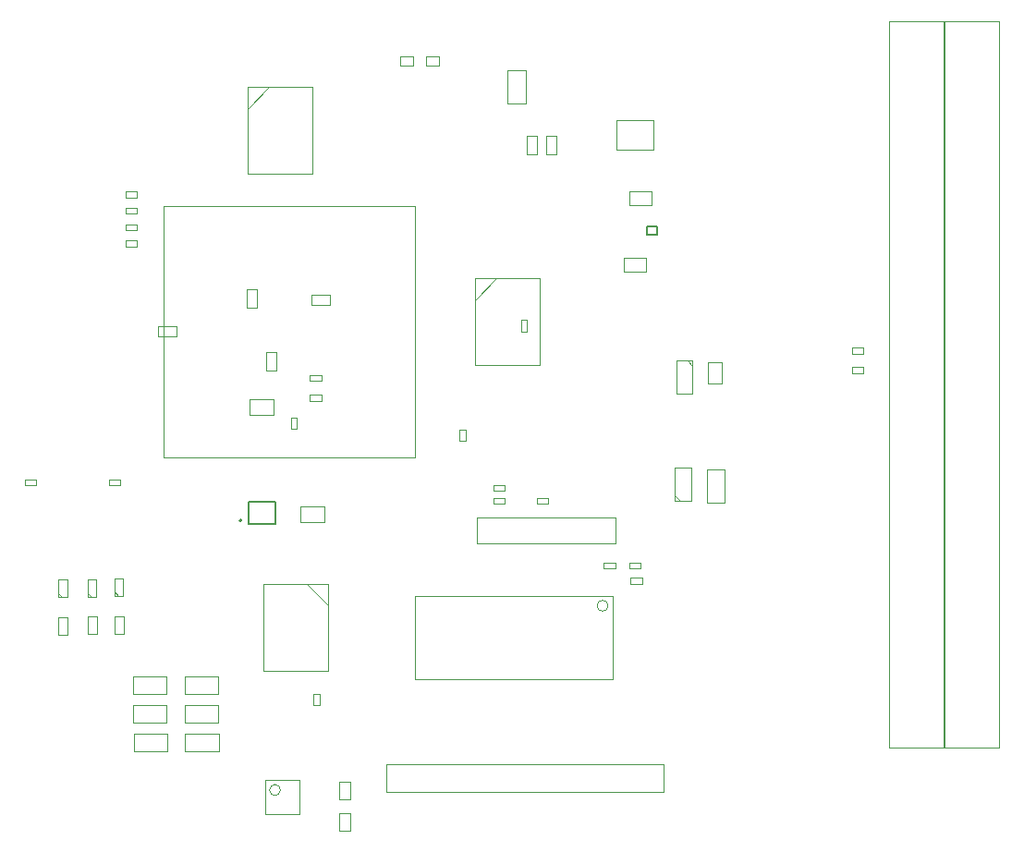
<source format=gbr>
%TF.GenerationSoftware,Altium Limited,Altium Designer,21.5.1 (32)*%
G04 Layer_Color=16711935*
%FSLAX45Y45*%
%MOMM*%
%TF.SameCoordinates,1C786601-62C9-430B-884C-CD9D5B78F05E*%
%TF.FilePolarity,Positive*%
%TF.FileFunction,Other,Mechanical_13*%
%TF.Part,Single*%
G01*
G75*
%TA.AperFunction,NonConductor*%
%ADD75C,0.20000*%
%ADD93C,0.10000*%
%ADD101C,0.12700*%
D75*
X5070100Y5759300D02*
G03*
X5070100Y5759300I-10000J0D01*
G01*
X8781469Y8376958D02*
Y8452958D01*
X8877469D01*
Y8376958D02*
Y8452958D01*
X8781469Y8376958D02*
X8877469D01*
D93*
X5426065Y3290480D02*
G03*
X5426065Y3290480I-50000J0D01*
G01*
X8427613Y4978347D02*
G03*
X8427613Y4978347I-50000J0D01*
G01*
X12007698Y3682898D02*
Y10337902D01*
X11512702Y3682898D02*
Y10337902D01*
Y3682898D02*
X12007698D01*
X11512702Y10337902D02*
X12007698D01*
X11004702D02*
X11499698D01*
X11004702Y3682898D02*
X11499698D01*
X11004702D02*
Y10337902D01*
X11499698Y3682898D02*
Y10337902D01*
X8576005Y8165533D02*
X8779205D01*
Y8038533D02*
Y8165533D01*
X8576005Y8038533D02*
X8779205D01*
X8576005D02*
Y8165533D01*
X8619464Y8772745D02*
X8822664D01*
Y8645745D02*
Y8772745D01*
X8619464Y8645745D02*
X8822664D01*
X8619464D02*
Y8772745D01*
X5665749Y5179060D02*
X5865749Y4979060D01*
X5265750Y5179060D02*
X5865749D01*
X5265750Y4379062D02*
Y5179060D01*
Y4379062D02*
X5865749D01*
Y5179060D01*
X5118874Y7707000D02*
X5208877D01*
X5118874Y7877002D02*
X5208877D01*
Y7707000D02*
Y7877002D01*
X5118874Y7707000D02*
Y7877002D01*
X5286066Y3070479D02*
X5596068D01*
X5286066Y3380481D02*
X5596068D01*
Y3070479D02*
Y3380481D01*
X5286066Y3070479D02*
Y3380481D01*
X7630602Y7491298D02*
X7685598D01*
X7630602Y7596302D02*
X7685598D01*
Y7491298D02*
Y7596302D01*
X7630602Y7491298D02*
Y7596302D01*
X5362543Y6729854D02*
Y6869854D01*
X5142543Y6729854D02*
Y6869854D01*
X5362543D01*
X5142543Y6729854D02*
X5362543D01*
X5521207Y6596138D02*
X5576208D01*
X5521207Y6701136D02*
X5576208D01*
Y6596138D02*
Y6701136D01*
X5521207Y6596138D02*
Y6701136D01*
X3190194Y6081202D02*
Y6136198D01*
X3085191Y6081202D02*
Y6136198D01*
Y6081202D02*
X3190194D01*
X3085191Y6136198D02*
X3190194D01*
X8937371Y3268889D02*
Y3522889D01*
X6397371Y3268889D02*
Y3522889D01*
Y3268889D02*
X8937371D01*
X6397371Y3522889D02*
X8937371D01*
X6657609Y5068346D02*
X8467613D01*
X6657609Y4308348D02*
X8467613D01*
Y5068346D01*
X6657609Y4308348D02*
Y5068346D01*
X4074094Y4168739D02*
Y4328739D01*
Y4168739D02*
X4384096D01*
Y4328739D01*
X4074094D02*
X4384096D01*
X4081877Y3647887D02*
Y3807887D01*
Y3647887D02*
X4391878D01*
Y3807887D01*
X4081877D02*
X4391878D01*
X4864141Y3647887D02*
Y3807887D01*
X4554139D02*
X4864141D01*
X4554139Y3647887D02*
Y3807887D01*
Y3647887D02*
X4864141D01*
X4856353Y3908313D02*
Y4068313D01*
X4546356D02*
X4856353D01*
X4546356Y3908313D02*
Y4068313D01*
Y3908313D02*
X4856353D01*
Y4168739D02*
Y4328739D01*
X4546356D02*
X4856353D01*
X4546356Y4168739D02*
Y4328739D01*
Y4168739D02*
X4856353D01*
X5827497Y5744997D02*
Y5890001D01*
X5607497Y5744997D02*
Y5890001D01*
Y5744997D02*
X5827497D01*
X5607497Y5890001D02*
X5827497D01*
X5728752Y4065844D02*
X5783753D01*
X5728752Y4170843D02*
X5783753D01*
X5728752Y4065844D02*
Y4170843D01*
X5783753Y4065844D02*
Y4170843D01*
X6062368Y3203530D02*
Y3368529D01*
X5967372Y3203530D02*
Y3368529D01*
X6062368D01*
X5967372Y3203530D02*
X6062368D01*
X7223902Y5786110D02*
X8493902D01*
Y5546110D02*
Y5786110D01*
X7223902Y5546110D02*
Y5786110D01*
Y5546110D02*
X8493902D01*
X7480899Y5913770D02*
Y5968766D01*
X7375896Y5913770D02*
Y5968766D01*
Y5913770D02*
X7480899D01*
X7375896Y5968766D02*
X7480899D01*
X7773690Y5913770D02*
Y5968766D01*
X7878694Y5913770D02*
Y5968766D01*
X7773690D02*
X7878694D01*
X7773690Y5913770D02*
X7878694D01*
X8633780Y5235849D02*
X8738784D01*
X8633780Y5180853D02*
X8738784D01*
X8633780D02*
Y5235849D01*
X8738784Y5180853D02*
Y5235849D01*
X8621278Y5318399D02*
X8726282D01*
X8621278Y5373395D02*
X8726282D01*
Y5318399D02*
Y5373395D01*
X8621278Y5318399D02*
Y5373395D01*
X8502761Y9154866D02*
Y9424868D01*
X8842765Y9154866D02*
Y9424868D01*
X8502761D02*
X8842765D01*
X8502761Y9154866D02*
X8842765D01*
X8388355Y5373395D02*
X8493359D01*
X8388355Y5318399D02*
X8493359D01*
X8388355D02*
Y5373395D01*
X8493359Y5318399D02*
Y5373395D01*
X7861533Y9280881D02*
X7956529D01*
X7861533Y9115883D02*
X7956529D01*
Y9280881D01*
X7861533Y9115883D02*
Y9280881D01*
X7775589Y9115888D02*
Y9280886D01*
X7680593Y9115888D02*
Y9280886D01*
X7775589D01*
X7680593Y9115888D02*
X7775589D01*
X7503093Y9581587D02*
Y9886590D01*
X7678089Y9581587D02*
Y9886590D01*
X7503093D02*
X7678089D01*
X7503093Y9581587D02*
X7678089D01*
X9334996Y5918888D02*
X9494995D01*
Y6228890D01*
X9334996D02*
X9494995D01*
X9334996Y5918888D02*
Y6228890D01*
X9345000Y7212498D02*
X9469999D01*
X9345000Y7012498D02*
Y7212498D01*
Y7012498D02*
X9469999D01*
Y7212498D01*
X9037497Y5941080D02*
Y6241084D01*
X9187499D01*
Y5941080D02*
Y6241084D01*
X9037497Y5941080D02*
X9187499D01*
X9037497Y5991082D02*
X9087499Y5941080D01*
X9202501Y6923095D02*
Y7223100D01*
X9052499Y6923095D02*
X9202501D01*
X9052499D02*
Y7223100D01*
X9202501D01*
X9152499D02*
X9202501Y7173097D01*
X7375896Y6032409D02*
X7480899D01*
X7375896Y6087405D02*
X7480899D01*
Y6032409D02*
Y6087405D01*
X7375896Y6032409D02*
Y6087405D01*
X4074094Y4068313D02*
X4384096D01*
Y3908313D02*
Y4068313D01*
X4074094Y3908313D02*
X4384096D01*
X4074094D02*
Y4068313D01*
X6062371Y2913100D02*
Y3078099D01*
X5967375Y2913100D02*
Y3078099D01*
X6062371D01*
X5967375Y2913100D02*
X6062371D01*
X3658417Y4879215D02*
X3743416D01*
X3658417Y4721613D02*
Y4879215D01*
Y4721613D02*
X3743416D01*
Y4879215D01*
X3903547Y4878610D02*
X3988545D01*
X3903547Y4721008D02*
Y4878610D01*
Y4721008D02*
X3988545D01*
Y4878610D01*
X3391279Y5058366D02*
Y5218366D01*
X3471279D01*
Y5058366D02*
Y5218366D01*
X3391279Y5058366D02*
X3471279D01*
X3391279Y5093368D02*
X3426280Y5058366D01*
X3906045Y5071189D02*
Y5231189D01*
X3986045D01*
Y5071189D02*
Y5231189D01*
X3906045Y5071189D02*
X3986045D01*
X3906045Y5106190D02*
X3941046Y5071189D01*
X3660914Y5058336D02*
Y5218336D01*
X3740914D01*
Y5058336D02*
Y5218336D01*
X3660914Y5058336D02*
X3740914D01*
X3660914Y5093338D02*
X3695916Y5058336D01*
X3388781Y4870485D02*
X3473779D01*
X3388781Y4712883D02*
Y4870485D01*
Y4712883D02*
X3473779D01*
Y4870485D01*
X5122301Y9532600D02*
X5324800Y9735099D01*
X5122301Y8935100D02*
Y9735099D01*
Y8935100D02*
X5722300D01*
Y9735099D01*
X5122301D02*
X5722300D01*
X7205101Y7780000D02*
X7407600Y7982499D01*
X7205101Y7182500D02*
Y7982499D01*
Y7182500D02*
X7805100D01*
Y7982499D01*
X7205101D02*
X7805100D01*
X6760723Y9928062D02*
Y10008062D01*
Y9928062D02*
X6880723D01*
Y10008062D01*
X6760723D02*
X6880723D01*
X6524732Y9928062D02*
Y10008062D01*
Y9928062D02*
X6644731D01*
Y10008062D01*
X6524732D02*
X6644731D01*
X3854384Y6081202D02*
X3959388D01*
X3854384Y6136198D02*
X3959388D01*
Y6081202D02*
Y6136198D01*
X3854384Y6081202D02*
Y6136198D01*
X5386551Y7133198D02*
Y7303195D01*
X5296549Y7133198D02*
Y7303195D01*
Y7133198D02*
X5386551D01*
X5296549Y7303195D02*
X5386551D01*
X5802401Y6854513D02*
Y6914513D01*
X5692399Y6854513D02*
Y6914513D01*
X5802401D01*
X5692399Y6854513D02*
X5802401D01*
X4305428Y7447001D02*
X4475430D01*
X4305428Y7536998D02*
X4475430D01*
X4305428Y7447001D02*
Y7536998D01*
X4475430Y7447001D02*
Y7536998D01*
X5694898Y7037440D02*
X5799902D01*
X5694898Y7092436D02*
X5799902D01*
X5694898Y7037440D02*
Y7092436D01*
X5799902Y7037440D02*
Y7092436D01*
X5712399Y7826642D02*
X5882401D01*
X5712399Y7736645D02*
X5882401D01*
Y7826642D01*
X5712399Y7736645D02*
Y7826642D01*
X4356999Y6340602D02*
X6656995D01*
X4356999Y8640602D02*
X6656995D01*
X4356999Y6340602D02*
Y8640602D01*
X6656995Y6340602D02*
Y8640602D01*
X7120941Y6486271D02*
Y6591275D01*
X7065945Y6486271D02*
Y6591275D01*
X7120941D01*
X7065945Y6486271D02*
X7120941D01*
X10660705Y7286401D02*
X10765709D01*
X10660705Y7341398D02*
X10765709D01*
Y7286401D02*
Y7341398D01*
X10660705Y7286401D02*
Y7341398D01*
Y7109902D02*
X10765709D01*
X10660705Y7164898D02*
X10765709D01*
Y7109902D02*
Y7164898D01*
X10660705Y7109902D02*
Y7164898D01*
X4004396Y8774918D02*
X4109395D01*
X4004396Y8719922D02*
X4109395D01*
X4004396D02*
Y8774918D01*
X4109395Y8719922D02*
Y8774918D01*
X4004407Y8624494D02*
X4109410D01*
X4004407Y8569498D02*
X4109410D01*
X4004407D02*
Y8624494D01*
X4109410Y8569498D02*
Y8624494D01*
X4004396Y8323641D02*
X4109400D01*
X4004396Y8268645D02*
X4109400D01*
X4004396D02*
Y8323641D01*
X4109400Y8268645D02*
Y8323641D01*
X4004401Y8474070D02*
X4109400D01*
X4004401Y8419074D02*
X4109400D01*
X4004401D02*
Y8474070D01*
X4109400Y8419074D02*
Y8474070D01*
D101*
X5132802Y5729300D02*
Y5929300D01*
Y5729300D02*
X5382798D01*
Y5929300D01*
X5132802D02*
X5382798D01*
%TF.MD5,7726fa53c83f5f980ae7a8d3a0e6837b*%
M02*

</source>
